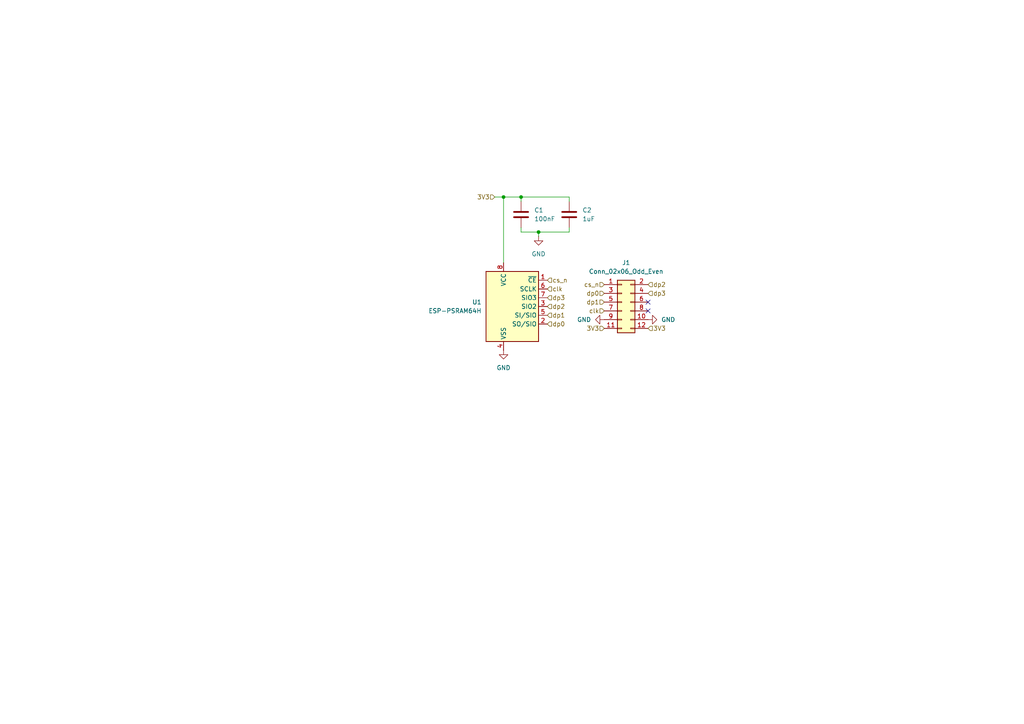
<source format=kicad_sch>
(kicad_sch (version 20231120) (generator "eeschema") (generator_version "8.0")
  (paper "A4")
  (lib_symbols
    (symbol "Connector_Generic:Conn_02x06_Odd_Even" (pin_names (offset 1.016) hide)
      (property "Reference" "J" (at 1.27 7.62 0))
      (property "Value" "Conn_02x06_Odd_Even" (at 1.27 -10.16 0))
      (symbol "Conn_02x06_Odd_Even_1_1"
        (rectangle (start -1.27 -7.493) (end 0 -7.747) (stroke (width 0.1524)))
        (rectangle (start -1.27 -4.953) (end 0 -5.207) (stroke (width 0.1524)))
        (rectangle (start -1.27 -2.413) (end 0 -2.667) (stroke (width 0.1524)))
        (rectangle (start -1.27 0.127) (end 0 -0.127) (stroke (width 0.1524)))
        (rectangle (start -1.27 2.667) (end 0 2.413) (stroke (width 0.1524)))
        (rectangle (start -1.27 5.207) (end 0 4.953) (stroke (width 0.1524)))
        (rectangle (start -1.27 6.35) (end 3.81 -8.89) (stroke (width 0.254)) (fill (type background)))
        (rectangle (start 3.81 -7.493) (end 2.54 -7.747) (stroke (width 0.1524)))
        (rectangle (start 3.81 -4.953) (end 2.54 -5.207) (stroke (width 0.1524)))
        (rectangle (start 3.81 -2.413) (end 2.54 -2.667) (stroke (width 0.1524)))
        (rectangle (start 3.81 0.127) (end 2.54 -0.127) (stroke (width 0.1524)))
        (rectangle (start 3.81 2.667) (end 2.54 2.413) (stroke (width 0.1524)))
        (rectangle (start 3.81 5.207) (end 2.54 4.953) (stroke (width 0.1524)))
        (pin passive line (at -5.08 5.08 0) (length 3.81) (name "Pin_1") (number "1"))
        (pin passive line (at 7.62 -5.08 180) (length 3.81) (name "Pin_10") (number "10"))
        (pin passive line (at -5.08 -7.62 0) (length 3.81) (name "Pin_11") (number "11"))
        (pin passive line (at 7.62 -7.62 180) (length 3.81) (name "Pin_12") (number "12"))
        (pin passive line (at 7.62 5.08 180) (length 3.81) (name "Pin_2") (number "2"))
        (pin passive line (at -5.08 2.54 0) (length 3.81) (name "Pin_3") (number "3"))
        (pin passive line (at 7.62 2.54 180) (length 3.81) (name "Pin_4") (number "4"))
        (pin passive line (at -5.08 0 0) (length 3.81) (name "Pin_5") (number "5"))
        (pin passive line (at 7.62 0 180) (length 3.81) (name "Pin_6") (number "6"))
        (pin passive line (at -5.08 -2.54 0) (length 3.81) (name "Pin_7") (number "7"))
        (pin passive line (at 7.62 -2.54 180) (length 3.81) (name "Pin_8") (number "8"))
        (pin passive line (at -5.08 -5.08 0) (length 3.81) (name "Pin_9") (number "9"))
      )
    )
    (symbol "Device:C" (pin_numbers hide) (pin_names (offset 0.254))
      (property "Reference" "C" (at 0.635 2.54 0))
      (property "Value" "C" (at 0.635 -2.54 0))
      (symbol "C_0_1"
        (polyline (pts (xy -2.032 -0.762) (xy 2.032 -0.762)) (stroke (width 0.508)))
        (polyline (pts (xy -2.032 0.762) (xy 2.032 0.762)) (stroke (width 0.508)))
      )
      (symbol "C_1_1"
        (pin passive line (at 0 3.81 270) (length 2.794) (name "~") (number "1"))
        (pin passive line (at 0 -3.81 90) (length 2.794) (name "~") (number "2"))
      )
    )
    (symbol "Memory_RAM:ESP-PSRAM32"
      (property "Reference" "U" (at 3.81 11.43 0))
      (property "Value" "ESP-PSRAM32" (at -1.27 -11.43 0))
      (symbol "ESP-PSRAM32_0_1"
        (rectangle (start -7.62 10.16) (end 7.62 -10.16) (stroke (width 0.254)) (fill (type background)))
      )
      (symbol "ESP-PSRAM32_1_1"
        (pin input line (at 10.16 7.62 180) (length 2.54) (name "~{CE}") (number "1"))
        (pin output line (at 10.16 -5.08 180) (length 2.54) (name "SO/SIO") (number "2"))
        (pin bidirectional line (at 10.16 0 180) (length 2.54) (name "SIO2") (number "3"))
        (pin power_in line (at -2.54 -12.7 90) (length 2.54) (name "VSS") (number "4"))
        (pin input line (at 10.16 -2.54 180) (length 2.54) (name "SI/SIO") (number "5"))
        (pin output line (at 10.16 5.08 180) (length 2.54) (name "SCLK") (number "6"))
        (pin bidirectional line (at 10.16 2.54 180) (length 2.54) (name "SIO3") (number "7"))
        (pin power_in line (at -2.54 12.7 270) (length 2.54) (name "VCC") (number "8"))
      )
    )
    (symbol "power:GND" (power) (pin_numbers hide) (pin_names (offset 0) hide)
      (property "Value" "GND" (at 0 -3.81 0))
      (symbol "GND_0_1"
        (polyline (pts (xy 0 0) (xy 0 -1.27) (xy 1.27 -1.27) (xy 0 -2.54) (xy -1.27 -1.27) (xy 0 -1.27)))
      )
      (symbol "GND_1_1"
        (pin power_in line (at 0 0 270) (length 0) (name "~") (number "1"))
      )
    )
  )
  (junction (at 156.21 67.31))
  (junction (at 146.05 57.15))
  (junction (at 151.13 57.15))
  (no_connect (at 187.96 87.63))
  (no_connect (at 187.96 90.17))
  (wire (pts (xy 165.1 57.15) (xy 151.13 57.15)))
  (wire (pts (xy 151.13 66.04) (xy 151.13 67.31)))
  (wire (pts (xy 146.05 57.15) (xy 151.13 57.15)))
  (wire (pts (xy 146.05 57.15) (xy 146.05 76.2)))
  (wire (pts (xy 165.1 66.04) (xy 165.1 67.31)))
  (wire (pts (xy 156.21 67.31) (xy 156.21 68.58)))
  (wire (pts (xy 165.1 67.31) (xy 156.21 67.31)))
  (wire (pts (xy 165.1 58.42) (xy 165.1 57.15)))
  (wire (pts (xy 151.13 58.42) (xy 151.13 57.15)))
  (wire (pts (xy 143.51 57.15) (xy 146.05 57.15)))
  (wire (pts (xy 151.13 67.31) (xy 156.21 67.31)))
  (hierarchical_label "clk" (shape input) (at 158.75 83.82 0))
  (hierarchical_label "clk" (shape input) (at 175.26 90.17 180))
  (hierarchical_label "dp2" (shape input) (at 187.96 82.55 0))
  (hierarchical_label "cs_n" (shape input) (at 158.75 81.28 0))
  (hierarchical_label "dp3" (shape input) (at 187.96 85.09 0))
  (hierarchical_label "3V3" (shape input) (at 175.26 95.25 180))
  (hierarchical_label "cs_n" (shape input) (at 175.26 82.55 180))
  (hierarchical_label "dp1" (shape input) (at 158.75 91.44 0))
  (hierarchical_label "3V3" (shape input) (at 143.51 57.15 180))
  (hierarchical_label "dp2" (shape input) (at 158.75 88.9 0))
  (hierarchical_label "dp0" (shape input) (at 158.75 93.98 0))
  (hierarchical_label "dp3" (shape input) (at 158.75 86.36 0))
  (hierarchical_label "dp0" (shape input) (at 175.26 85.09 180))
  (hierarchical_label "dp1" (shape input) (at 175.26 87.63 180))
  (hierarchical_label "3V3" (shape input) (at 187.96 95.25 0))
  (symbol (lib_id "power:GND") (at 146.05 101.6 0) (unit 1)
    (property "Reference" "#PWR01" (effects (hide yes)))
    (property "Value" "GND" (at 146.05 106.68 0))
    (property "Description" "Power symbol creates a global label with name \"GND\" , ground" (effects (hide yes)))
  )
  (symbol (lib_id "Memory_RAM:ESP-PSRAM32") (at 148.59 88.9 0) (unit 1)
    (property "Reference" "U1" (at 139.7 87.6299 0) (effects (justify right)))
    (property "Value" "ESP-PSRAM64H" (at 139.7 90.1699 0) (effects (justify right)))
    (property "Footprint" "Package_SO:SOIC-8_3.9x4.9mm_P1.27mm" (effects (hide yes)))
    (property "Datasheet" "https://www.espressif.com.cn/sites/default/files/documentation/esp-psram64_esp-psram64h_datasheet_cn.pdf" (effects (hide yes)))
    (property "Description" "64Mbit 3V3" (effects (hide yes)))
  )
  (symbol (lib_id "Device:C") (at 165.1 62.23 0) (unit 1)
    (property "Reference" "C2" (at 168.91 60.9599 0) (effects (justify left)))
    (property "Value" "1uF" (at 168.91 63.4999 0) (effects (justify left)))
    (property "Footprint" "Capacitor_SMD:C_0603_1608Metric_Pad1.08x0.95mm_HandSolder" (effects (hide yes)))
    (property "Description" "Unpolarized capacitor" (effects (hide yes)))
  )
  (symbol (lib_id "power:GND") (at 156.21 68.58 0) (unit 1)
    (property "Reference" "#PWR04" (effects (hide yes)))
    (property "Value" "GND" (at 156.21 73.66 0))
    (property "Description" "Power symbol creates a global label with name \"GND\" , ground" (effects (hide yes)))
  )
  (symbol (lib_id "Device:C") (at 151.13 62.23 0) (unit 1)
    (property "Reference" "C1" (at 154.94 60.9599 0) (effects (justify left)))
    (property "Value" "100nF" (at 154.94 63.4999 0) (effects (justify left)))
    (property "Footprint" "Capacitor_SMD:C_0603_1608Metric_Pad1.08x0.95mm_HandSolder" (effects (hide yes)))
    (property "Description" "Unpolarized capacitor" (effects (hide yes)))
  )
  (symbol (lib_id "power:GND") (at 187.96 92.71 90) (unit 1)
    (property "Reference" "#PWR03" (effects (hide yes)))
    (property "Value" "GND" (at 191.77 92.7099 90) (effects (justify right)))
    (property "Description" "Power symbol creates a global label with name \"GND\" , ground" (effects (hide yes)))
  )
  (symbol (lib_id "power:GND") (at 175.26 92.71 270) (unit 1)
    (property "Reference" "#PWR02" (effects (hide yes)))
    (property "Value" "GND" (at 171.45 92.7099 90) (effects (justify right)))
    (property "Description" "Power symbol creates a global label with name \"GND\" , ground" (effects (hide yes)))
  )
  (symbol (lib_id "Connector_Generic:Conn_02x06_Odd_Even") (at 180.34 87.63 0) (unit 1)
    (property "Reference" "J1" (at 181.61 76.2 0))
    (property "Value" "Conn_02x06_Odd_Even" (at 181.61 78.74 0))
    (property "Footprint" "Connector_PinHeader_2.54mm:PinHeader_2x06_P2.54mm_Vertical" (effects (hide yes)))
    (property "Description" "Generic connector, double row, 02x06, odd/even pin numbering scheme (row 1 odd numbers, row 2 even numbers), script generated (kicad-library-utils/schlib/autogen/connector/)" (effects (hide yes)))
  )
)
</source>
